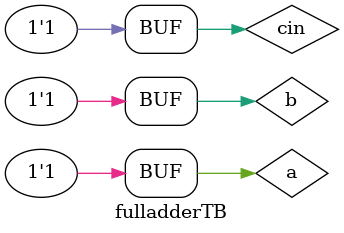
<source format=v>
`timescale 1ns / 1ps


module fulladderTB;

	// Inputs
	reg a;
	reg b;
	reg cin;

	// Outputs
	wire sum;
	wire cout;

	// Instantiate the Unit Under Test (UUT)
	fulladder uut (
		.a(a), 
		.b(b), 
		.cin(cin), 
		.sum(sum), 
		.cout(cout)
	);
	initial begin
	    $monitor("simtime=%g,A=%b,B=%b,Cin=%b,sum=%b,cout=%b",$time,a,b,cin,sum,cout);
		 end

	initial begin
		// Initialize Inputs
		a = 0;
		b = 0;
		cin = 0;

		// Wait 100 ns for global reset to finish
		#100;a=0;b=0;cin=1;
       #100;a=0;b=1;cin=0;
        #100;a=0;b=1;cin=1;
        #100;a=1;b=0;cin=0;
        #100;a=1;b=0;cin=1;
        #100;a=1;b=1;cin=0;
        #100;a=1;b=1;cin=1;
        
         
		// Add stimulus here

	end
      
endmodule


</source>
